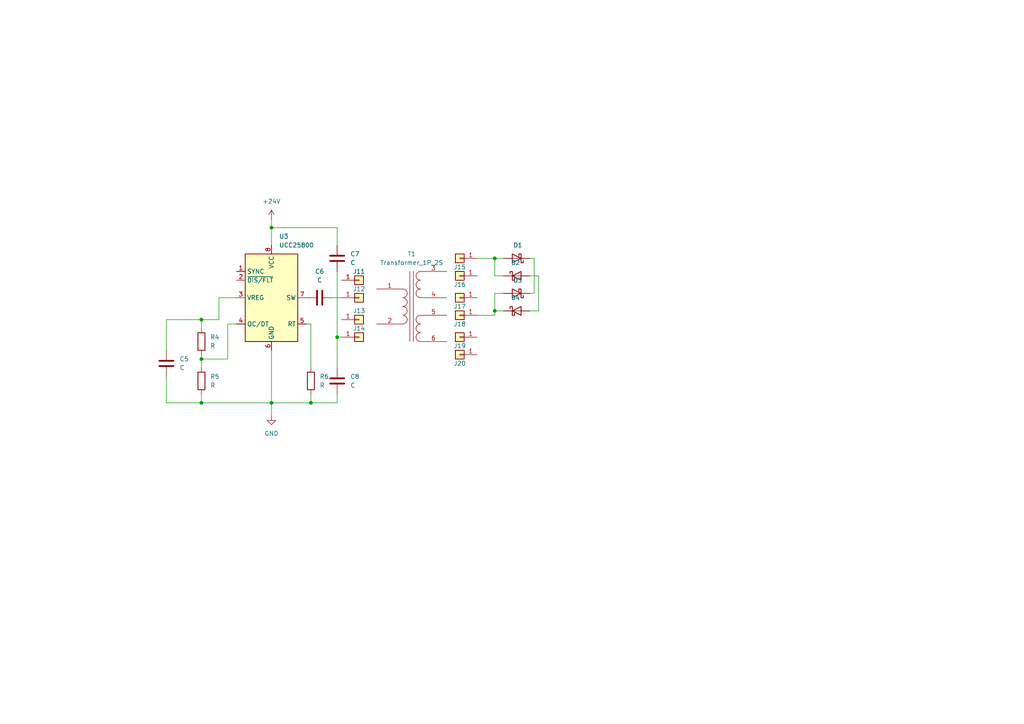
<source format=kicad_sch>
(kicad_sch (version 20231120) (generator "eeschema") (generator_version "8.0")
  (paper "A4")
  (lib_symbols
    (symbol "Connector_Generic:Conn_01x01" (pin_names (offset 1.016) hide)
      (property "Reference" "J" (at 0 2.54 0))
      (property "Value" "Conn_01x01" (at 0 -2.54 0))
      (symbol "Conn_01x01_1_1"
        (rectangle (start -1.27 0.127) (end 0 -0.127) (stroke (width 0.1524)))
        (rectangle (start -1.27 1.27) (end 1.27 -1.27) (stroke (width 0.254)) (fill (type background)))
        (pin passive line (at -5.08 0 0) (length 3.81) (name "Pin_1") (number "1"))
      )
    )
    (symbol "Device:C" (pin_numbers hide) (pin_names (offset 0.254))
      (property "Reference" "C" (at 0.635 2.54 0))
      (property "Value" "C" (at 0.635 -2.54 0))
      (symbol "C_0_1"
        (polyline (pts (xy -2.032 -0.762) (xy 2.032 -0.762)) (stroke (width 0.508)))
        (polyline (pts (xy -2.032 0.762) (xy 2.032 0.762)) (stroke (width 0.508)))
      )
      (symbol "C_1_1"
        (pin passive line (at 0 3.81 270) (length 2.794) (name "~") (number "1"))
        (pin passive line (at 0 -3.81 90) (length 2.794) (name "~") (number "2"))
      )
    )
    (symbol "Device:D_Schottky" (pin_numbers hide) (pin_names (offset 1.016) hide)
      (property "Reference" "D" (at 0 2.54 0))
      (property "Value" "D_Schottky" (at 0 -2.54 0))
      (symbol "D_Schottky_0_1"
        (polyline (pts (xy 1.27 0) (xy -1.27 0)))
        (polyline (pts (xy 1.27 1.27) (xy 1.27 -1.27) (xy -1.27 0) (xy 1.27 1.27)) (stroke (width 0.254)))
        (polyline (pts (xy -1.905 0.635) (xy -1.905 1.27) (xy -1.27 1.27) (xy -1.27 -1.27) (xy -0.635 -1.27) (xy -0.635 -0.635)) (stroke (width 0.254)))
      )
      (symbol "D_Schottky_1_1"
        (pin passive line (at -3.81 0 0) (length 2.54) (name "K") (number "1"))
        (pin passive line (at 3.81 0 180) (length 2.54) (name "A") (number "2"))
      )
    )
    (symbol "Device:R" (pin_numbers hide) (pin_names (offset 0))
      (property "Reference" "R" (at 2.032 0 90))
      (property "Value" "R" (at 0 0 90))
      (symbol "R_0_1"
        (rectangle (start -1.016 -2.54) (end 1.016 2.54) (stroke (width 0.254)))
      )
      (symbol "R_1_1"
        (pin passive line (at 0 3.81 270) (length 1.27) (name "~") (number "1"))
        (pin passive line (at 0 -3.81 90) (length 1.27) (name "~") (number "2"))
      )
    )
    (symbol "Device:Transformer_1P_2S" (pin_names (offset 1.016) hide)
      (property "Reference" "T" (at 0 12.7 0))
      (property "Value" "Transformer_1P_2S" (at 0 -12.7 0))
      (symbol "Transformer_1P_2S_0_1"
        (arc (start -2.54 -5.0546) (mid -1.6599 -4.6901) (end -1.27 -3.81))
        (arc (start -2.54 -2.5146) (mid -1.6599 -2.1501) (end -1.27 -1.27))
        (arc (start -2.54 0.0254) (mid -1.6599 0.3899) (end -1.27 1.27))
        (arc (start -2.54 2.5654) (mid -1.6599 2.9299) (end -1.27 3.81))
        (arc (start -1.27 -3.81) (mid -1.642 -2.912) (end -2.54 -2.54))
        (arc (start -1.27 -1.27) (mid -1.642 -0.372) (end -2.54 0))
        (arc (start -1.27 1.27) (mid -1.642 2.168) (end -2.54 2.54))
        (arc (start -1.27 3.81) (mid -1.642 4.708) (end -2.54 5.08))
        (polyline (pts (xy -0.508 -10.16) (xy -0.508 10.16)))
        (polyline (pts (xy 0.508 10.16) (xy 0.508 -10.16)))
        (arc (start 1.2954 -8.89) (mid 1.6599 -9.7701) (end 2.54 -10.1346))
        (arc (start 1.2954 -6.35) (mid 1.6599 -7.2301) (end 2.54 -7.5946))
        (arc (start 1.2954 -3.81) (mid 1.6599 -4.6901) (end 2.54 -5.0546))
        (arc (start 1.2954 3.81) (mid 1.6599 2.9299) (end 2.54 2.5654))
        (arc (start 1.2954 6.35) (mid 1.6599 5.4699) (end 2.54 5.1054))
        (arc (start 1.2954 8.89) (mid 1.6599 8.0099) (end 2.54 7.6454))
        (arc (start 2.54 -7.62) (mid 1.642 -7.992) (end 1.2954 -8.89))
        (arc (start 2.54 -5.08) (mid 1.642 -5.452) (end 1.2954 -6.35))
        (arc (start 2.54 -2.54) (mid 1.642 -2.912) (end 1.2954 -3.81))
        (arc (start 2.54 5.08) (mid 1.642 4.708) (end 1.2954 3.81))
        (arc (start 2.54 7.62) (mid 1.642 7.248) (end 1.2954 6.35))
        (arc (start 2.54 10.16) (mid 1.642 9.788) (end 1.2954 8.89))
      )
      (symbol "Transformer_1P_2S_1_1"
        (pin passive line (at -10.16 5.08 0) (length 7.62) (name "AA") (number "1"))
        (pin passive line (at -10.16 -5.08 0) (length 7.62) (name "AB") (number "2"))
        (pin passive line (at 10.16 10.16 180) (length 7.62) (name "SA") (number "3"))
        (pin passive line (at 10.16 2.54 180) (length 7.62) (name "SB") (number "4"))
        (pin passive line (at 10.16 -2.54 180) (length 7.62) (name "SC") (number "5"))
        (pin passive line (at 10.16 -10.16 180) (length 7.62) (name "SD") (number "6"))
      )
    )
    (symbol "Regulator_Controller:UCC25800"
      (property "Reference" "U" (at 6.35 13.335 0))
      (property "Value" "UCC25800" (at 10.16 -15.24 0))
      (symbol "UCC25800_0_1"
        (rectangle (start -7.62 12.7) (end 7.62 -12.7) (stroke (width 0.254)) (fill (type background)))
      )
      (symbol "UCC25800_1_1"
        (pin input line (at -10.16 7.62 0) (length 2.54) (name "SYNC") (number "1"))
        (pin bidirectional line (at -10.16 5.08 0) (length 2.54) (name "~{DIS/FLT}") (number "2"))
        (pin output line (at -10.16 0 0) (length 2.54) (name "VREG") (number "3"))
        (pin input line (at -10.16 -7.62 0) (length 2.54) (name "OC/DT") (number "4"))
        (pin passive line (at 10.16 -7.62 180) (length 2.54) (name "RT") (number "5"))
        (pin power_in line (at 0 -15.24 90) (length 2.54) (name "GND") (number "6"))
        (pin output line (at 10.16 0 180) (length 2.54) (name "SW") (number "7"))
        (pin power_in line (at 0 15.24 270) (length 2.54) (name "VCC") (number "8"))
        (pin passive line (at 0 -15.24 90) (length 2.54) hide (name "GND") (number "9"))
      )
    )
    (symbol "power:+24V" (power) (pin_numbers hide) (pin_names (offset 0) hide)
      (property "Value" "+24V" (at 0 3.556 0))
      (symbol "+24V_0_1"
        (polyline (pts (xy -0.762 1.27) (xy 0 2.54)))
        (polyline (pts (xy 0 0) (xy 0 2.54)))
        (polyline (pts (xy 0 2.54) (xy 0.762 1.27)))
      )
      (symbol "+24V_1_1"
        (pin power_in line (at 0 0 90) (length 0) (name "~") (number "1"))
      )
    )
    (symbol "power:GND" (power) (pin_numbers hide) (pin_names (offset 0) hide)
      (property "Value" "GND" (at 0 -3.81 0))
      (symbol "GND_0_1"
        (polyline (pts (xy 0 0) (xy 0 -1.27) (xy 1.27 -1.27) (xy 0 -2.54) (xy -1.27 -1.27) (xy 0 -1.27)))
      )
      (symbol "GND_1_1"
        (pin power_in line (at 0 0 270) (length 0) (name "~") (number "1"))
      )
    )
  )
  (junction (at 143.51 74.93))
  (junction (at 58.42 116.84))
  (junction (at 143.51 90.17))
  (junction (at 58.42 104.14))
  (junction (at 78.74 116.84))
  (junction (at 97.79 97.79))
  (junction (at 58.42 92.71))
  (junction (at 78.74 66.04))
  (junction (at 90.17 116.84))
  (wire (pts (xy 156.21 90.17) (xy 156.21 80.01)))
  (wire (pts (xy 68.58 86.36) (xy 63.5 86.36)))
  (wire (pts (xy 78.74 66.04) (xy 97.79 66.04)))
  (wire (pts (xy 78.74 71.12) (xy 78.74 66.04)))
  (wire (pts (xy 90.17 93.98) (xy 90.17 106.68)))
  (wire (pts (xy 143.51 80.01) (xy 146.05 80.01)))
  (wire (pts (xy 48.26 109.22) (xy 48.26 116.84)))
  (wire (pts (xy 143.51 90.17) (xy 143.51 91.44)))
  (wire (pts (xy 66.04 104.14) (xy 66.04 93.98)))
  (wire (pts (xy 90.17 93.98) (xy 88.9 93.98)))
  (wire (pts (xy 154.94 74.93) (xy 154.94 85.09)))
  (wire (pts (xy 48.26 116.84) (xy 58.42 116.84)))
  (wire (pts (xy 63.5 92.71) (xy 58.42 92.71)))
  (wire (pts (xy 143.51 90.17) (xy 146.05 90.17)))
  (wire (pts (xy 78.74 116.84) (xy 58.42 116.84)))
  (wire (pts (xy 138.43 91.44) (xy 143.51 91.44)))
  (wire (pts (xy 66.04 93.98) (xy 68.58 93.98)))
  (wire (pts (xy 48.26 101.6) (xy 48.26 92.71)))
  (wire (pts (xy 78.74 101.6) (xy 78.74 116.84)))
  (wire (pts (xy 48.26 92.71) (xy 58.42 92.71)))
  (wire (pts (xy 63.5 86.36) (xy 63.5 92.71)))
  (wire (pts (xy 58.42 92.71) (xy 58.42 95.25)))
  (wire (pts (xy 97.79 78.74) (xy 97.79 97.79)))
  (wire (pts (xy 96.52 86.36) (xy 99.06 86.36)))
  (wire (pts (xy 138.43 74.93) (xy 143.51 74.93)))
  (wire (pts (xy 146.05 74.93) (xy 143.51 74.93)))
  (wire (pts (xy 78.74 63.5) (xy 78.74 66.04)))
  (wire (pts (xy 78.74 116.84) (xy 90.17 116.84)))
  (wire (pts (xy 97.79 66.04) (xy 97.79 71.12)))
  (wire (pts (xy 97.79 114.3) (xy 97.79 116.84)))
  (wire (pts (xy 153.67 74.93) (xy 154.94 74.93)))
  (wire (pts (xy 143.51 85.09) (xy 143.51 90.17)))
  (wire (pts (xy 143.51 74.93) (xy 143.51 80.01)))
  (wire (pts (xy 58.42 104.14) (xy 58.42 102.87)))
  (wire (pts (xy 153.67 90.17) (xy 156.21 90.17)))
  (wire (pts (xy 97.79 97.79) (xy 99.06 97.79)))
  (wire (pts (xy 143.51 85.09) (xy 146.05 85.09)))
  (wire (pts (xy 97.79 106.68) (xy 97.79 97.79)))
  (wire (pts (xy 90.17 114.3) (xy 90.17 116.84)))
  (wire (pts (xy 78.74 120.65) (xy 78.74 116.84)))
  (wire (pts (xy 58.42 116.84) (xy 58.42 114.3)))
  (wire (pts (xy 58.42 104.14) (xy 58.42 106.68)))
  (wire (pts (xy 153.67 85.09) (xy 154.94 85.09)))
  (wire (pts (xy 153.67 80.01) (xy 156.21 80.01)))
  (wire (pts (xy 66.04 104.14) (xy 58.42 104.14)))
  (wire (pts (xy 97.79 116.84) (xy 90.17 116.84)))
  (symbol (lib_id "power:GND") (at 78.74 120.65 0) (unit 1)
    (property "Reference" "#PWR04" (effects (hide yes)))
    (property "Value" "GND" (at 78.74 125.73 0))
    (property "Description" "Power symbol creates a global label with name \"GND\" , ground" (effects (hide yes)))
  )
  (symbol (lib_id "Connector_Generic:Conn_01x01") (at 133.35 86.36 0) (mirror y) (unit 1) (in_bom no)
    (property "Reference" "J17" (at 133.35 88.9 0))
    (property "Value" "Conn_01x01" (effects (hide yes)))
    (property "Footprint" "Connector_Wire:SolderWire-0.5sqmm_1x01_D0.9mm_OD2.3mm" (effects (hide yes)))
  )
  (symbol (lib_id "Connector_Generic:Conn_01x01") (at 133.35 102.87 0) (mirror y) (unit 1) (in_bom no)
    (property "Reference" "J20" (at 133.35 105.41 0))
    (property "Value" "Conn_01x01" (effects (hide yes)))
    (property "Footprint" "Connector_Wire:SolderWire-0.5sqmm_1x01_D0.9mm_OD2.3mm" (effects (hide yes)))
  )
  (symbol (lib_id "Connector_Generic:Conn_01x01") (at 104.14 97.79 0) (mirror x) (unit 1) (in_bom no)
    (property "Reference" "J14" (at 104.14 95.25 0))
    (property "Value" "Conn_01x01" (effects (hide yes)))
    (property "Footprint" "Connector_Wire:SolderWire-0.5sqmm_1x01_D0.9mm_OD2.3mm" (effects (hide yes)))
  )
  (symbol (lib_id "Device:C") (at 48.26 105.41 0) (unit 1)
    (property "Reference" "C5" (at 52.07 104.1399 0) (effects (justify left)))
    (property "Value" "C" (at 52.07 106.6799 0) (effects (justify left)))
    (property "Footprint" "Capacitor_SMD:C_0805_2012Metric_Pad1.18x1.45mm_HandSolder" (effects (hide yes)))
    (property "Description" "Unpolarized capacitor" (effects (hide yes)))
  )
  (symbol (lib_id "Device:R") (at 58.42 110.49 0) (unit 1)
    (property "Reference" "R5" (at 60.96 109.2199 0) (effects (justify left)))
    (property "Value" "R" (at 60.96 111.7599 0) (effects (justify left)))
    (property "Footprint" "Resistor_SMD:R_0805_2012Metric_Pad1.20x1.40mm_HandSolder" (effects (hide yes)))
    (property "Description" "Resistor" (effects (hide yes)))
  )
  (symbol (lib_id "Device:D_Schottky") (at 149.86 90.17 0) (unit 1)
    (property "Reference" "D4" (at 149.5425 86.36 0))
    (property "Value" "PMEG6010CEH" (effects (hide yes)))
    (property "Footprint" "Diode_SMD:D_SOD-123" (effects (hide yes)))
  )
  (symbol (lib_id "Device:D_Schottky") (at 149.86 80.01 0) (unit 1)
    (property "Reference" "D2" (at 149.5425 76.2 0))
    (property "Value" "PMEG6010CEH" (effects (hide yes)))
    (property "Footprint" "Diode_SMD:D_SOD-123" (effects (hide yes)))
  )
  (symbol (lib_id "Device:R") (at 58.42 99.06 0) (unit 1)
    (property "Reference" "R4" (at 60.96 97.7899 0) (effects (justify left)))
    (property "Value" "R" (at 60.96 100.3299 0) (effects (justify left)))
    (property "Footprint" "Resistor_SMD:R_0805_2012Metric_Pad1.20x1.40mm_HandSolder" (effects (hide yes)))
    (property "Description" "Resistor" (effects (hide yes)))
  )
  (symbol (lib_id "Connector_Generic:Conn_01x01") (at 104.14 86.36 0) (mirror x) (unit 1) (in_bom no)
    (property "Reference" "J12" (at 104.14 83.82 0))
    (property "Value" "Conn_01x01" (effects (hide yes)))
    (property "Footprint" "Connector_Wire:SolderWire-0.5sqmm_1x01_D0.9mm_OD2.3mm" (effects (hide yes)))
  )
  (symbol (lib_id "Device:C") (at 97.79 110.49 0) (unit 1)
    (property "Reference" "C8" (at 101.6 109.2199 0) (effects (justify left)))
    (property "Value" "C" (at 101.6 111.7599 0) (effects (justify left)))
    (property "Footprint" "Capacitor_SMD:C_0805_2012Metric_Pad1.18x1.45mm_HandSolder" (effects (hide yes)))
    (property "Description" "Unpolarized capacitor" (effects (hide yes)))
  )
  (symbol (lib_id "power:+24V") (at 78.74 63.5 0) (unit 1)
    (property "Reference" "#PWR03" (effects (hide yes)))
    (property "Value" "+24V" (at 78.74 58.42 0))
    (property "Description" "Power symbol creates a global label with name \"+24V\"" (effects (hide yes)))
  )
  (symbol (lib_id "Connector_Generic:Conn_01x01") (at 104.14 92.71 0) (mirror x) (unit 1) (in_bom no)
    (property "Reference" "J13" (at 104.14 90.17 0))
    (property "Value" "Conn_01x01" (effects (hide yes)))
    (property "Footprint" "Connector_Wire:SolderWire-0.5sqmm_1x01_D0.9mm_OD2.3mm" (effects (hide yes)))
  )
  (symbol (lib_id "Connector_Generic:Conn_01x01") (at 133.35 97.79 0) (mirror y) (unit 1) (in_bom no)
    (property "Reference" "J19" (at 133.35 100.33 0))
    (property "Value" "Conn_01x01" (effects (hide yes)))
    (property "Footprint" "Connector_Wire:SolderWire-0.5sqmm_1x01_D0.9mm_OD2.3mm" (effects (hide yes)))
  )
  (symbol (lib_id "Regulator_Controller:UCC25800") (at 78.74 86.36 0) (unit 1)
    (property "Reference" "U3" (at 80.9341 68.58 0) (effects (justify left)))
    (property "Value" "UCC25800" (at 80.9341 71.12 0) (effects (justify left)))
    (property "Footprint" "Package_SO:HVSSOP-8-1EP_3x3mm_P0.65mm_EP1.57x1.89mm" (effects (hide yes)))
    (property "Datasheet" "https://www.ti.com/lit/ds/symlink/ucc25800-q1.pdf" (effects (hide yes)))
    (property "Description" "Ultra-low EMI Transformer Driver for Isolated Bias Supplies, HVSSOP-8" (effects (hide yes)))
  )
  (symbol (lib_id "Connector_Generic:Conn_01x01") (at 104.14 81.28 0) (mirror x) (unit 1) (in_bom no)
    (property "Reference" "J11" (at 104.14 78.74 0))
    (property "Value" "Conn_01x01" (effects (hide yes)))
    (property "Footprint" "Connector_Wire:SolderWire-0.5sqmm_1x01_D0.9mm_OD2.3mm" (effects (hide yes)))
  )
  (symbol (lib_id "Connector_Generic:Conn_01x01") (at 133.35 74.93 0) (mirror y) (unit 1) (in_bom no)
    (property "Reference" "J15" (at 133.35 77.47 0))
    (property "Value" "Conn_01x01" (effects (hide yes)))
    (property "Footprint" "Connector_Wire:SolderWire-0.5sqmm_1x01_D0.9mm_OD2.3mm" (effects (hide yes)))
  )
  (symbol (lib_id "Device:D_Schottky") (at 149.86 74.93 180) (unit 1)
    (property "Reference" "D1" (at 150.1775 71.12 0))
    (property "Value" "PMEG6010CEH" (effects (hide yes)))
    (property "Footprint" "Diode_SMD:D_SOD-123" (effects (hide yes)))
  )
  (symbol (lib_id "Device:Transformer_1P_2S") (at 119.38 88.9 0) (unit 1)
    (property "Reference" "T1" (at 119.38 73.66 0))
    (property "Value" "Transformer_1P_2S" (at 119.38 76.2 0))
    (property "Description" "Transformer, single primary, dual secondary" (effects (hide yes)))
  )
  (symbol (lib_id "Connector_Generic:Conn_01x01") (at 133.35 91.44 0) (mirror y) (unit 1) (in_bom no)
    (property "Reference" "J18" (at 133.35 93.98 0))
    (property "Value" "Conn_01x01" (effects (hide yes)))
    (property "Footprint" "Connector_Wire:SolderWire-0.5sqmm_1x01_D0.9mm_OD2.3mm" (effects (hide yes)))
  )
  (symbol (lib_id "Device:C") (at 97.79 74.93 0) (unit 1)
    (property "Reference" "C7" (at 101.6 73.6599 0) (effects (justify left)))
    (property "Value" "C" (at 101.6 76.1999 0) (effects (justify left)))
    (property "Footprint" "Capacitor_SMD:C_0805_2012Metric_Pad1.18x1.45mm_HandSolder" (effects (hide yes)))
    (property "Description" "Unpolarized capacitor" (effects (hide yes)))
  )
  (symbol (lib_id "Device:D_Schottky") (at 149.86 85.09 180) (unit 1)
    (property "Reference" "D3" (at 150.1775 81.28 0))
    (property "Value" "PMEG6010CEH" (effects (hide yes)))
    (property "Footprint" "Diode_SMD:D_SOD-123" (effects (hide yes)))
  )
  (symbol (lib_id "Connector_Generic:Conn_01x01") (at 133.35 80.01 0) (mirror y) (unit 1) (in_bom no)
    (property "Reference" "J16" (at 133.35 82.55 0))
    (property "Value" "Conn_01x01" (effects (hide yes)))
    (property "Footprint" "Connector_Wire:SolderWire-0.5sqmm_1x01_D0.9mm_OD2.3mm" (effects (hide yes)))
  )
  (symbol (lib_id "Device:R") (at 90.17 110.49 0) (unit 1)
    (property "Reference" "R6" (at 92.71 109.2199 0) (effects (justify left)))
    (property "Value" "R" (at 92.71 111.7599 0) (effects (justify left)))
    (property "Footprint" "Resistor_SMD:R_0805_2012Metric_Pad1.20x1.40mm_HandSolder" (effects (hide yes)))
    (property "Description" "Resistor" (effects (hide yes)))
  )
  (symbol (lib_id "Device:C") (at 92.71 86.36 90) (unit 1)
    (property "Reference" "C6" (at 92.71 78.74 90))
    (property "Value" "C" (at 92.71 81.28 90))
    (property "Footprint" "Capacitor_SMD:C_1206_3216Metric_Pad1.33x1.80mm_HandSolder" (effects (hide yes)))
    (property "Description" "Unpolarized capacitor" (effects (hide yes)))
  )
)
</source>
